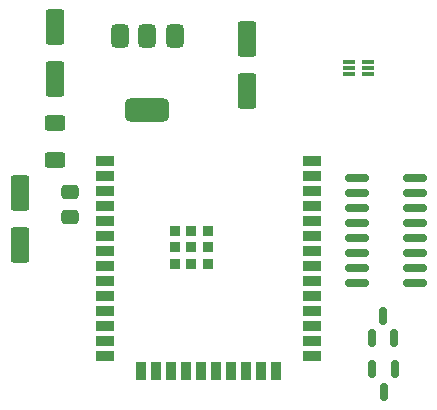
<source format=gtp>
G04 #@! TF.GenerationSoftware,KiCad,Pcbnew,8.99.0-unknown-e6b739776e~181~ubuntu24.04.1*
G04 #@! TF.CreationDate,2024-12-31T16:44:54+01:00*
G04 #@! TF.ProjectId,Spinne_Werkstatt,5370696e-6e65-45f5-9765-726b73746174,rev?*
G04 #@! TF.SameCoordinates,Original*
G04 #@! TF.FileFunction,Paste,Top*
G04 #@! TF.FilePolarity,Positive*
%FSLAX46Y46*%
G04 Gerber Fmt 4.6, Leading zero omitted, Abs format (unit mm)*
G04 Created by KiCad (PCBNEW 8.99.0-unknown-e6b739776e~181~ubuntu24.04.1) date 2024-12-31 16:44:54*
%MOMM*%
%LPD*%
G01*
G04 APERTURE LIST*
G04 Aperture macros list*
%AMRoundRect*
0 Rectangle with rounded corners*
0 $1 Rounding radius*
0 $2 $3 $4 $5 $6 $7 $8 $9 X,Y pos of 4 corners*
0 Add a 4 corners polygon primitive as box body*
4,1,4,$2,$3,$4,$5,$6,$7,$8,$9,$2,$3,0*
0 Add four circle primitives for the rounded corners*
1,1,$1+$1,$2,$3*
1,1,$1+$1,$4,$5*
1,1,$1+$1,$6,$7*
1,1,$1+$1,$8,$9*
0 Add four rect primitives between the rounded corners*
20,1,$1+$1,$2,$3,$4,$5,0*
20,1,$1+$1,$4,$5,$6,$7,0*
20,1,$1+$1,$6,$7,$8,$9,0*
20,1,$1+$1,$8,$9,$2,$3,0*%
G04 Aperture macros list end*
%ADD10RoundRect,0.250000X0.550000X-1.250000X0.550000X1.250000X-0.550000X1.250000X-0.550000X-1.250000X0*%
%ADD11RoundRect,0.250000X-0.475000X0.337500X-0.475000X-0.337500X0.475000X-0.337500X0.475000X0.337500X0*%
%ADD12RoundRect,0.250000X-0.550000X1.250000X-0.550000X-1.250000X0.550000X-1.250000X0.550000X1.250000X0*%
%ADD13R,1.500000X0.900000*%
%ADD14R,0.900000X1.500000*%
%ADD15R,0.900000X0.900000*%
%ADD16R,0.990000X0.300000*%
%ADD17RoundRect,0.375000X-0.375000X0.625000X-0.375000X-0.625000X0.375000X-0.625000X0.375000X0.625000X0*%
%ADD18RoundRect,0.500000X-1.400000X0.500000X-1.400000X-0.500000X1.400000X-0.500000X1.400000X0.500000X0*%
%ADD19RoundRect,0.150000X-0.825000X-0.150000X0.825000X-0.150000X0.825000X0.150000X-0.825000X0.150000X0*%
%ADD20RoundRect,0.150000X-0.150000X0.587500X-0.150000X-0.587500X0.150000X-0.587500X0.150000X0.587500X0*%
%ADD21RoundRect,0.150000X0.150000X-0.587500X0.150000X0.587500X-0.150000X0.587500X-0.150000X-0.587500X0*%
%ADD22RoundRect,0.250000X-0.625000X0.400000X-0.625000X-0.400000X0.625000X-0.400000X0.625000X0.400000X0*%
G04 APERTURE END LIST*
D10*
X126250000Y-47450000D03*
X126250000Y-43050000D03*
D11*
X127500000Y-57000000D03*
X127500000Y-59075000D03*
D12*
X123250000Y-57050000D03*
X123250000Y-61450000D03*
D13*
X130500000Y-54340000D03*
X130500000Y-55610000D03*
X130500000Y-56880000D03*
X130500000Y-58150000D03*
X130500000Y-59420000D03*
X130500000Y-60690000D03*
X130500000Y-61960000D03*
X130500000Y-63230000D03*
X130500000Y-64500000D03*
X130500000Y-65770000D03*
X130500000Y-67040000D03*
X130500000Y-68310000D03*
X130500000Y-69580000D03*
X130500000Y-70850000D03*
D14*
X133535000Y-72100000D03*
X134805000Y-72100000D03*
X136075000Y-72100000D03*
X137345000Y-72100000D03*
X138615000Y-72100000D03*
X139885000Y-72100000D03*
X141155000Y-72100000D03*
X142425000Y-72100000D03*
X143695000Y-72100000D03*
X144965000Y-72100000D03*
D13*
X148000000Y-70850000D03*
X148000000Y-69580000D03*
X148000000Y-68310000D03*
X148000000Y-67040000D03*
X148000000Y-65770000D03*
X148000000Y-64500000D03*
X148000000Y-63230000D03*
X148000000Y-61960000D03*
X148000000Y-60690000D03*
X148000000Y-59420000D03*
X148000000Y-58150000D03*
X148000000Y-56880000D03*
X148000000Y-55610000D03*
X148000000Y-54340000D03*
D15*
X136350000Y-60280000D03*
X136350000Y-61680000D03*
X136350000Y-63080000D03*
X137750000Y-60280000D03*
X137750000Y-61680000D03*
X137750000Y-63080000D03*
X139150000Y-60280000D03*
X139150000Y-61680000D03*
X139150000Y-63080000D03*
D16*
X152750000Y-47000000D03*
X152750000Y-46500000D03*
X152750000Y-46000000D03*
X151140000Y-46000000D03*
X151140000Y-46500000D03*
X151140000Y-47000000D03*
D17*
X136350000Y-43775000D03*
X134050000Y-43775000D03*
D18*
X134050000Y-50075000D03*
D17*
X131750000Y-43775000D03*
D19*
X151775000Y-55805000D03*
X151775000Y-57075000D03*
X151775000Y-58345000D03*
X151775000Y-59615000D03*
X151775000Y-60885000D03*
X151775000Y-62155000D03*
X151775000Y-63425000D03*
X151775000Y-64695000D03*
X156725000Y-64695000D03*
X156725000Y-63425000D03*
X156725000Y-62155000D03*
X156725000Y-60885000D03*
X156725000Y-59615000D03*
X156725000Y-58345000D03*
X156725000Y-57075000D03*
X156725000Y-55805000D03*
D20*
X155000000Y-72000000D03*
X153100000Y-72000000D03*
X154050000Y-73875000D03*
D21*
X153050000Y-69375000D03*
X154950000Y-69375000D03*
X154000000Y-67500000D03*
D22*
X126250000Y-51150000D03*
X126250000Y-54250000D03*
D12*
X142500000Y-44000000D03*
X142500000Y-48400000D03*
M02*

</source>
